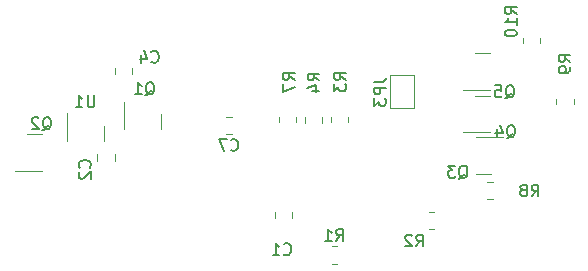
<source format=gbr>
%TF.GenerationSoftware,KiCad,Pcbnew,6.0.11-2627ca5db0~126~ubuntu22.04.1*%
%TF.CreationDate,2023-02-28T15:21:50-05:00*%
%TF.ProjectId,canbus-gpios,63616e62-7573-42d6-9770-696f732e6b69,1.0*%
%TF.SameCoordinates,Original*%
%TF.FileFunction,Legend,Bot*%
%TF.FilePolarity,Positive*%
%FSLAX46Y46*%
G04 Gerber Fmt 4.6, Leading zero omitted, Abs format (unit mm)*
G04 Created by KiCad (PCBNEW 6.0.11-2627ca5db0~126~ubuntu22.04.1) date 2023-02-28 15:21:50*
%MOMM*%
%LPD*%
G01*
G04 APERTURE LIST*
%ADD10C,0.150000*%
%ADD11C,0.120000*%
G04 APERTURE END LIST*
D10*
%TO.C,R10*%
X103202380Y-72832142D02*
X102726190Y-72498809D01*
X103202380Y-72260714D02*
X102202380Y-72260714D01*
X102202380Y-72641666D01*
X102250000Y-72736904D01*
X102297619Y-72784523D01*
X102392857Y-72832142D01*
X102535714Y-72832142D01*
X102630952Y-72784523D01*
X102678571Y-72736904D01*
X102726190Y-72641666D01*
X102726190Y-72260714D01*
X103202380Y-73784523D02*
X103202380Y-73213095D01*
X103202380Y-73498809D02*
X102202380Y-73498809D01*
X102345238Y-73403571D01*
X102440476Y-73308333D01*
X102488095Y-73213095D01*
X102202380Y-74403571D02*
X102202380Y-74498809D01*
X102250000Y-74594047D01*
X102297619Y-74641666D01*
X102392857Y-74689285D01*
X102583333Y-74736904D01*
X102821428Y-74736904D01*
X103011904Y-74689285D01*
X103107142Y-74641666D01*
X103154761Y-74594047D01*
X103202380Y-74498809D01*
X103202380Y-74403571D01*
X103154761Y-74308333D01*
X103107142Y-74260714D01*
X103011904Y-74213095D01*
X102821428Y-74165476D01*
X102583333Y-74165476D01*
X102392857Y-74213095D01*
X102297619Y-74260714D01*
X102250000Y-74308333D01*
X102202380Y-74403571D01*
%TO.C,R9*%
X107752380Y-76883333D02*
X107276190Y-76550000D01*
X107752380Y-76311904D02*
X106752380Y-76311904D01*
X106752380Y-76692857D01*
X106800000Y-76788095D01*
X106847619Y-76835714D01*
X106942857Y-76883333D01*
X107085714Y-76883333D01*
X107180952Y-76835714D01*
X107228571Y-76788095D01*
X107276190Y-76692857D01*
X107276190Y-76311904D01*
X107752380Y-77359523D02*
X107752380Y-77550000D01*
X107704761Y-77645238D01*
X107657142Y-77692857D01*
X107514285Y-77788095D01*
X107323809Y-77835714D01*
X106942857Y-77835714D01*
X106847619Y-77788095D01*
X106800000Y-77740476D01*
X106752380Y-77645238D01*
X106752380Y-77454761D01*
X106800000Y-77359523D01*
X106847619Y-77311904D01*
X106942857Y-77264285D01*
X107180952Y-77264285D01*
X107276190Y-77311904D01*
X107323809Y-77359523D01*
X107371428Y-77454761D01*
X107371428Y-77645238D01*
X107323809Y-77740476D01*
X107276190Y-77788095D01*
X107180952Y-77835714D01*
%TO.C,R8*%
X104466666Y-88277380D02*
X104800000Y-87801190D01*
X105038095Y-88277380D02*
X105038095Y-87277380D01*
X104657142Y-87277380D01*
X104561904Y-87325000D01*
X104514285Y-87372619D01*
X104466666Y-87467857D01*
X104466666Y-87610714D01*
X104514285Y-87705952D01*
X104561904Y-87753571D01*
X104657142Y-87801190D01*
X105038095Y-87801190D01*
X103895238Y-87705952D02*
X103990476Y-87658333D01*
X104038095Y-87610714D01*
X104085714Y-87515476D01*
X104085714Y-87467857D01*
X104038095Y-87372619D01*
X103990476Y-87325000D01*
X103895238Y-87277380D01*
X103704761Y-87277380D01*
X103609523Y-87325000D01*
X103561904Y-87372619D01*
X103514285Y-87467857D01*
X103514285Y-87515476D01*
X103561904Y-87610714D01*
X103609523Y-87658333D01*
X103704761Y-87705952D01*
X103895238Y-87705952D01*
X103990476Y-87753571D01*
X104038095Y-87801190D01*
X104085714Y-87896428D01*
X104085714Y-88086904D01*
X104038095Y-88182142D01*
X103990476Y-88229761D01*
X103895238Y-88277380D01*
X103704761Y-88277380D01*
X103609523Y-88229761D01*
X103561904Y-88182142D01*
X103514285Y-88086904D01*
X103514285Y-87896428D01*
X103561904Y-87801190D01*
X103609523Y-87753571D01*
X103704761Y-87705952D01*
%TO.C,R7*%
X84402380Y-78408333D02*
X83926190Y-78075000D01*
X84402380Y-77836904D02*
X83402380Y-77836904D01*
X83402380Y-78217857D01*
X83450000Y-78313095D01*
X83497619Y-78360714D01*
X83592857Y-78408333D01*
X83735714Y-78408333D01*
X83830952Y-78360714D01*
X83878571Y-78313095D01*
X83926190Y-78217857D01*
X83926190Y-77836904D01*
X83402380Y-78741666D02*
X83402380Y-79408333D01*
X84402380Y-78979761D01*
%TO.C,R4*%
X86502380Y-78458333D02*
X86026190Y-78125000D01*
X86502380Y-77886904D02*
X85502380Y-77886904D01*
X85502380Y-78267857D01*
X85550000Y-78363095D01*
X85597619Y-78410714D01*
X85692857Y-78458333D01*
X85835714Y-78458333D01*
X85930952Y-78410714D01*
X85978571Y-78363095D01*
X86026190Y-78267857D01*
X86026190Y-77886904D01*
X85835714Y-79315476D02*
X86502380Y-79315476D01*
X85454761Y-79077380D02*
X86169047Y-78839285D01*
X86169047Y-79458333D01*
%TO.C,R3*%
X88727380Y-78408333D02*
X88251190Y-78075000D01*
X88727380Y-77836904D02*
X87727380Y-77836904D01*
X87727380Y-78217857D01*
X87775000Y-78313095D01*
X87822619Y-78360714D01*
X87917857Y-78408333D01*
X88060714Y-78408333D01*
X88155952Y-78360714D01*
X88203571Y-78313095D01*
X88251190Y-78217857D01*
X88251190Y-77836904D01*
X87727380Y-78741666D02*
X87727380Y-79360714D01*
X88108333Y-79027380D01*
X88108333Y-79170238D01*
X88155952Y-79265476D01*
X88203571Y-79313095D01*
X88298809Y-79360714D01*
X88536904Y-79360714D01*
X88632142Y-79313095D01*
X88679761Y-79265476D01*
X88727380Y-79170238D01*
X88727380Y-78884523D01*
X88679761Y-78789285D01*
X88632142Y-78741666D01*
%TO.C,Q5*%
X102245238Y-79972619D02*
X102340476Y-79925000D01*
X102435714Y-79829761D01*
X102578571Y-79686904D01*
X102673809Y-79639285D01*
X102769047Y-79639285D01*
X102721428Y-79877380D02*
X102816666Y-79829761D01*
X102911904Y-79734523D01*
X102959523Y-79544047D01*
X102959523Y-79210714D01*
X102911904Y-79020238D01*
X102816666Y-78925000D01*
X102721428Y-78877380D01*
X102530952Y-78877380D01*
X102435714Y-78925000D01*
X102340476Y-79020238D01*
X102292857Y-79210714D01*
X102292857Y-79544047D01*
X102340476Y-79734523D01*
X102435714Y-79829761D01*
X102530952Y-79877380D01*
X102721428Y-79877380D01*
X101388095Y-78877380D02*
X101864285Y-78877380D01*
X101911904Y-79353571D01*
X101864285Y-79305952D01*
X101769047Y-79258333D01*
X101530952Y-79258333D01*
X101435714Y-79305952D01*
X101388095Y-79353571D01*
X101340476Y-79448809D01*
X101340476Y-79686904D01*
X101388095Y-79782142D01*
X101435714Y-79829761D01*
X101530952Y-79877380D01*
X101769047Y-79877380D01*
X101864285Y-79829761D01*
X101911904Y-79782142D01*
%TO.C,Q4*%
X102345238Y-83347619D02*
X102440476Y-83300000D01*
X102535714Y-83204761D01*
X102678571Y-83061904D01*
X102773809Y-83014285D01*
X102869047Y-83014285D01*
X102821428Y-83252380D02*
X102916666Y-83204761D01*
X103011904Y-83109523D01*
X103059523Y-82919047D01*
X103059523Y-82585714D01*
X103011904Y-82395238D01*
X102916666Y-82300000D01*
X102821428Y-82252380D01*
X102630952Y-82252380D01*
X102535714Y-82300000D01*
X102440476Y-82395238D01*
X102392857Y-82585714D01*
X102392857Y-82919047D01*
X102440476Y-83109523D01*
X102535714Y-83204761D01*
X102630952Y-83252380D01*
X102821428Y-83252380D01*
X101535714Y-82585714D02*
X101535714Y-83252380D01*
X101773809Y-82204761D02*
X102011904Y-82919047D01*
X101392857Y-82919047D01*
%TO.C,Q3*%
X98295238Y-86772619D02*
X98390476Y-86725000D01*
X98485714Y-86629761D01*
X98628571Y-86486904D01*
X98723809Y-86439285D01*
X98819047Y-86439285D01*
X98771428Y-86677380D02*
X98866666Y-86629761D01*
X98961904Y-86534523D01*
X99009523Y-86344047D01*
X99009523Y-86010714D01*
X98961904Y-85820238D01*
X98866666Y-85725000D01*
X98771428Y-85677380D01*
X98580952Y-85677380D01*
X98485714Y-85725000D01*
X98390476Y-85820238D01*
X98342857Y-86010714D01*
X98342857Y-86344047D01*
X98390476Y-86534523D01*
X98485714Y-86629761D01*
X98580952Y-86677380D01*
X98771428Y-86677380D01*
X98009523Y-85677380D02*
X97390476Y-85677380D01*
X97723809Y-86058333D01*
X97580952Y-86058333D01*
X97485714Y-86105952D01*
X97438095Y-86153571D01*
X97390476Y-86248809D01*
X97390476Y-86486904D01*
X97438095Y-86582142D01*
X97485714Y-86629761D01*
X97580952Y-86677380D01*
X97866666Y-86677380D01*
X97961904Y-86629761D01*
X98009523Y-86582142D01*
%TO.C,C7*%
X78991666Y-84337142D02*
X79039285Y-84384761D01*
X79182142Y-84432380D01*
X79277380Y-84432380D01*
X79420238Y-84384761D01*
X79515476Y-84289523D01*
X79563095Y-84194285D01*
X79610714Y-84003809D01*
X79610714Y-83860952D01*
X79563095Y-83670476D01*
X79515476Y-83575238D01*
X79420238Y-83480000D01*
X79277380Y-83432380D01*
X79182142Y-83432380D01*
X79039285Y-83480000D01*
X78991666Y-83527619D01*
X78658333Y-83432380D02*
X77991666Y-83432380D01*
X78420238Y-84432380D01*
%TO.C,U1*%
X67436904Y-79727380D02*
X67436904Y-80536904D01*
X67389285Y-80632142D01*
X67341666Y-80679761D01*
X67246428Y-80727380D01*
X67055952Y-80727380D01*
X66960714Y-80679761D01*
X66913095Y-80632142D01*
X66865476Y-80536904D01*
X66865476Y-79727380D01*
X65865476Y-80727380D02*
X66436904Y-80727380D01*
X66151190Y-80727380D02*
X66151190Y-79727380D01*
X66246428Y-79870238D01*
X66341666Y-79965476D01*
X66436904Y-80013095D01*
%TO.C,R1*%
X87916666Y-92052380D02*
X88250000Y-91576190D01*
X88488095Y-92052380D02*
X88488095Y-91052380D01*
X88107142Y-91052380D01*
X88011904Y-91100000D01*
X87964285Y-91147619D01*
X87916666Y-91242857D01*
X87916666Y-91385714D01*
X87964285Y-91480952D01*
X88011904Y-91528571D01*
X88107142Y-91576190D01*
X88488095Y-91576190D01*
X86964285Y-92052380D02*
X87535714Y-92052380D01*
X87250000Y-92052380D02*
X87250000Y-91052380D01*
X87345238Y-91195238D01*
X87440476Y-91290476D01*
X87535714Y-91338095D01*
%TO.C,C1*%
X83491666Y-93157142D02*
X83539285Y-93204761D01*
X83682142Y-93252380D01*
X83777380Y-93252380D01*
X83920238Y-93204761D01*
X84015476Y-93109523D01*
X84063095Y-93014285D01*
X84110714Y-92823809D01*
X84110714Y-92680952D01*
X84063095Y-92490476D01*
X84015476Y-92395238D01*
X83920238Y-92300000D01*
X83777380Y-92252380D01*
X83682142Y-92252380D01*
X83539285Y-92300000D01*
X83491666Y-92347619D01*
X82539285Y-93252380D02*
X83110714Y-93252380D01*
X82825000Y-93252380D02*
X82825000Y-92252380D01*
X82920238Y-92395238D01*
X83015476Y-92490476D01*
X83110714Y-92538095D01*
%TO.C,C4*%
X72266666Y-76857142D02*
X72314285Y-76904761D01*
X72457142Y-76952380D01*
X72552380Y-76952380D01*
X72695238Y-76904761D01*
X72790476Y-76809523D01*
X72838095Y-76714285D01*
X72885714Y-76523809D01*
X72885714Y-76380952D01*
X72838095Y-76190476D01*
X72790476Y-76095238D01*
X72695238Y-76000000D01*
X72552380Y-75952380D01*
X72457142Y-75952380D01*
X72314285Y-76000000D01*
X72266666Y-76047619D01*
X71409523Y-76285714D02*
X71409523Y-76952380D01*
X71647619Y-75904761D02*
X71885714Y-76619047D01*
X71266666Y-76619047D01*
%TO.C,C2*%
X67032142Y-85833333D02*
X67079761Y-85785714D01*
X67127380Y-85642857D01*
X67127380Y-85547619D01*
X67079761Y-85404761D01*
X66984523Y-85309523D01*
X66889285Y-85261904D01*
X66698809Y-85214285D01*
X66555952Y-85214285D01*
X66365476Y-85261904D01*
X66270238Y-85309523D01*
X66175000Y-85404761D01*
X66127380Y-85547619D01*
X66127380Y-85642857D01*
X66175000Y-85785714D01*
X66222619Y-85833333D01*
X66222619Y-86214285D02*
X66175000Y-86261904D01*
X66127380Y-86357142D01*
X66127380Y-86595238D01*
X66175000Y-86690476D01*
X66222619Y-86738095D01*
X66317857Y-86785714D01*
X66413095Y-86785714D01*
X66555952Y-86738095D01*
X67127380Y-86166666D01*
X67127380Y-86785714D01*
%TO.C,Q2*%
X63045238Y-82672619D02*
X63140476Y-82625000D01*
X63235714Y-82529761D01*
X63378571Y-82386904D01*
X63473809Y-82339285D01*
X63569047Y-82339285D01*
X63521428Y-82577380D02*
X63616666Y-82529761D01*
X63711904Y-82434523D01*
X63759523Y-82244047D01*
X63759523Y-81910714D01*
X63711904Y-81720238D01*
X63616666Y-81625000D01*
X63521428Y-81577380D01*
X63330952Y-81577380D01*
X63235714Y-81625000D01*
X63140476Y-81720238D01*
X63092857Y-81910714D01*
X63092857Y-82244047D01*
X63140476Y-82434523D01*
X63235714Y-82529761D01*
X63330952Y-82577380D01*
X63521428Y-82577380D01*
X62711904Y-81672619D02*
X62664285Y-81625000D01*
X62569047Y-81577380D01*
X62330952Y-81577380D01*
X62235714Y-81625000D01*
X62188095Y-81672619D01*
X62140476Y-81767857D01*
X62140476Y-81863095D01*
X62188095Y-82005952D01*
X62759523Y-82577380D01*
X62140476Y-82577380D01*
%TO.C,Q1*%
X71770238Y-79722619D02*
X71865476Y-79675000D01*
X71960714Y-79579761D01*
X72103571Y-79436904D01*
X72198809Y-79389285D01*
X72294047Y-79389285D01*
X72246428Y-79627380D02*
X72341666Y-79579761D01*
X72436904Y-79484523D01*
X72484523Y-79294047D01*
X72484523Y-78960714D01*
X72436904Y-78770238D01*
X72341666Y-78675000D01*
X72246428Y-78627380D01*
X72055952Y-78627380D01*
X71960714Y-78675000D01*
X71865476Y-78770238D01*
X71817857Y-78960714D01*
X71817857Y-79294047D01*
X71865476Y-79484523D01*
X71960714Y-79579761D01*
X72055952Y-79627380D01*
X72246428Y-79627380D01*
X70865476Y-79627380D02*
X71436904Y-79627380D01*
X71151190Y-79627380D02*
X71151190Y-78627380D01*
X71246428Y-78770238D01*
X71341666Y-78865476D01*
X71436904Y-78913095D01*
%TO.C,JP3*%
X91127380Y-78591666D02*
X91841666Y-78591666D01*
X91984523Y-78544047D01*
X92079761Y-78448809D01*
X92127380Y-78305952D01*
X92127380Y-78210714D01*
X92127380Y-79067857D02*
X91127380Y-79067857D01*
X91127380Y-79448809D01*
X91175000Y-79544047D01*
X91222619Y-79591666D01*
X91317857Y-79639285D01*
X91460714Y-79639285D01*
X91555952Y-79591666D01*
X91603571Y-79544047D01*
X91651190Y-79448809D01*
X91651190Y-79067857D01*
X91127380Y-79972619D02*
X91127380Y-80591666D01*
X91508333Y-80258333D01*
X91508333Y-80401190D01*
X91555952Y-80496428D01*
X91603571Y-80544047D01*
X91698809Y-80591666D01*
X91936904Y-80591666D01*
X92032142Y-80544047D01*
X92079761Y-80496428D01*
X92127380Y-80401190D01*
X92127380Y-80115476D01*
X92079761Y-80020238D01*
X92032142Y-79972619D01*
%TO.C,R2*%
X94691666Y-92502380D02*
X95025000Y-92026190D01*
X95263095Y-92502380D02*
X95263095Y-91502380D01*
X94882142Y-91502380D01*
X94786904Y-91550000D01*
X94739285Y-91597619D01*
X94691666Y-91692857D01*
X94691666Y-91835714D01*
X94739285Y-91930952D01*
X94786904Y-91978571D01*
X94882142Y-92026190D01*
X95263095Y-92026190D01*
X94310714Y-91597619D02*
X94263095Y-91550000D01*
X94167857Y-91502380D01*
X93929761Y-91502380D01*
X93834523Y-91550000D01*
X93786904Y-91597619D01*
X93739285Y-91692857D01*
X93739285Y-91788095D01*
X93786904Y-91930952D01*
X94358333Y-92502380D01*
X93739285Y-92502380D01*
D11*
%TO.C,R10*%
X103715000Y-74822936D02*
X103715000Y-75277064D01*
X105185000Y-74822936D02*
X105185000Y-75277064D01*
%TO.C,R9*%
X106565000Y-80022936D02*
X106565000Y-80477064D01*
X108035000Y-80022936D02*
X108035000Y-80477064D01*
%TO.C,R8*%
X101152064Y-87040000D02*
X100697936Y-87040000D01*
X101152064Y-88510000D02*
X100697936Y-88510000D01*
%TO.C,R7*%
X84510000Y-82002064D02*
X84510000Y-81547936D01*
X83040000Y-82002064D02*
X83040000Y-81547936D01*
%TO.C,R4*%
X86710000Y-82027064D02*
X86710000Y-81572936D01*
X85240000Y-82027064D02*
X85240000Y-81572936D01*
%TO.C,R3*%
X88910000Y-82002064D02*
X88910000Y-81547936D01*
X87440000Y-82002064D02*
X87440000Y-81547936D01*
%TO.C,Q5*%
X100312500Y-79260000D02*
X100962500Y-79260000D01*
X100312500Y-76140000D02*
X100962500Y-76140000D01*
X100312500Y-79260000D02*
X98637500Y-79260000D01*
X100312500Y-76140000D02*
X99662500Y-76140000D01*
%TO.C,Q4*%
X100325000Y-82860000D02*
X100975000Y-82860000D01*
X100325000Y-79740000D02*
X100975000Y-79740000D01*
X100325000Y-82860000D02*
X98650000Y-82860000D01*
X100325000Y-79740000D02*
X99675000Y-79740000D01*
%TO.C,Q3*%
X100375000Y-83265000D02*
X99725000Y-83265000D01*
X100375000Y-86385000D02*
X99725000Y-86385000D01*
X100375000Y-83265000D02*
X102050000Y-83265000D01*
X100375000Y-86385000D02*
X101025000Y-86385000D01*
%TO.C,C7*%
X78563748Y-81565000D02*
X79086252Y-81565000D01*
X78563748Y-83035000D02*
X79086252Y-83035000D01*
%TO.C,U1*%
X68285000Y-82925000D02*
X68285000Y-82275000D01*
X65165000Y-82925000D02*
X65165000Y-83575000D01*
X65165000Y-82925000D02*
X65165000Y-81250000D01*
X68285000Y-82925000D02*
X68285000Y-83575000D01*
%TO.C,R1*%
X87977064Y-93985000D02*
X87522936Y-93985000D01*
X87977064Y-92515000D02*
X87522936Y-92515000D01*
%TO.C,C1*%
X82715000Y-90111252D02*
X82715000Y-89588748D01*
X84185000Y-90111252D02*
X84185000Y-89588748D01*
%TO.C,C4*%
X69165000Y-77936252D02*
X69165000Y-77413748D01*
X70635000Y-77936252D02*
X70635000Y-77413748D01*
%TO.C,C2*%
X69160000Y-84726248D02*
X69160000Y-85248752D01*
X67690000Y-84726248D02*
X67690000Y-85248752D01*
%TO.C,Q2*%
X62375000Y-86135000D02*
X60700000Y-86135000D01*
X62375000Y-83015000D02*
X63025000Y-83015000D01*
X62375000Y-86135000D02*
X63025000Y-86135000D01*
X62375000Y-83015000D02*
X61725000Y-83015000D01*
%TO.C,Q1*%
X73110000Y-81937500D02*
X73110000Y-81287500D01*
X73110000Y-81937500D02*
X73110000Y-82587500D01*
X69990000Y-81937500D02*
X69990000Y-80262500D01*
X69990000Y-81937500D02*
X69990000Y-82587500D01*
%TO.C,JP3*%
X92475000Y-80825000D02*
X94475000Y-80825000D01*
X94475000Y-80825000D02*
X94475000Y-78025000D01*
X94475000Y-78025000D02*
X92475000Y-78025000D01*
X92475000Y-78025000D02*
X92475000Y-80825000D01*
%TO.C,R2*%
X95772936Y-91060000D02*
X96227064Y-91060000D01*
X95772936Y-89590000D02*
X96227064Y-89590000D01*
%TD*%
M02*

</source>
